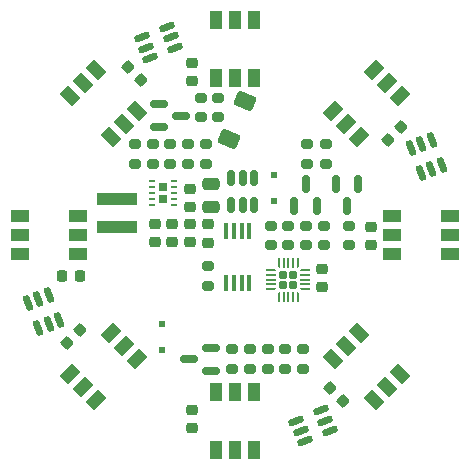
<source format=gbr>
%TF.GenerationSoftware,KiCad,Pcbnew,8.0.2*%
%TF.CreationDate,2024-09-09T19:27:49+02:00*%
%TF.ProjectId,AGS_Klingel_V2-1,4147535f-4b6c-4696-9e67-656c5f56322d,rev?*%
%TF.SameCoordinates,Original*%
%TF.FileFunction,Paste,Top*%
%TF.FilePolarity,Positive*%
%FSLAX46Y46*%
G04 Gerber Fmt 4.6, Leading zero omitted, Abs format (unit mm)*
G04 Created by KiCad (PCBNEW 8.0.2) date 2024-09-09 19:27:49*
%MOMM*%
%LPD*%
G01*
G04 APERTURE LIST*
G04 Aperture macros list*
%AMRoundRect*
0 Rectangle with rounded corners*
0 $1 Rounding radius*
0 $2 $3 $4 $5 $6 $7 $8 $9 X,Y pos of 4 corners*
0 Add a 4 corners polygon primitive as box body*
4,1,4,$2,$3,$4,$5,$6,$7,$8,$9,$2,$3,0*
0 Add four circle primitives for the rounded corners*
1,1,$1+$1,$2,$3*
1,1,$1+$1,$4,$5*
1,1,$1+$1,$6,$7*
1,1,$1+$1,$8,$9*
0 Add four rect primitives between the rounded corners*
20,1,$1+$1,$2,$3,$4,$5,0*
20,1,$1+$1,$4,$5,$6,$7,0*
20,1,$1+$1,$6,$7,$8,$9,0*
20,1,$1+$1,$8,$9,$2,$3,0*%
%AMRotRect*
0 Rectangle, with rotation*
0 The origin of the aperture is its center*
0 $1 length*
0 $2 width*
0 $3 Rotation angle, in degrees counterclockwise*
0 Add horizontal line*
21,1,$1,$2,0,0,$3*%
%AMFreePoly0*
4,1,14,0.334644,0.085355,0.385355,0.034644,0.400000,-0.000711,0.400000,-0.050000,0.385355,-0.085355,0.350000,-0.100000,-0.350000,-0.100000,-0.385355,-0.085355,-0.400000,-0.050000,-0.400000,0.050000,-0.385355,0.085355,-0.350000,0.100000,0.299289,0.100000,0.334644,0.085355,0.334644,0.085355,$1*%
%AMFreePoly1*
4,1,14,0.385355,0.085355,0.400000,0.050000,0.400000,0.000711,0.385355,-0.034644,0.334644,-0.085355,0.299289,-0.100000,-0.350000,-0.100000,-0.385355,-0.085355,-0.400000,-0.050000,-0.400000,0.050000,-0.385355,0.085355,-0.350000,0.100000,0.350000,0.100000,0.385355,0.085355,0.385355,0.085355,$1*%
%AMFreePoly2*
4,1,14,0.085355,0.385355,0.100000,0.350000,0.100000,-0.350000,0.085355,-0.385355,0.050000,-0.400000,-0.050000,-0.400000,-0.085355,-0.385355,-0.100000,-0.350000,-0.100000,0.299289,-0.085355,0.334644,-0.034644,0.385355,0.000711,0.400000,0.050000,0.400000,0.085355,0.385355,0.085355,0.385355,$1*%
%AMFreePoly3*
4,1,14,0.034644,0.385355,0.085355,0.334644,0.100000,0.299289,0.100000,-0.350000,0.085355,-0.385355,0.050000,-0.400000,-0.050000,-0.400000,-0.085355,-0.385355,-0.100000,-0.350000,-0.100000,0.350000,-0.085355,0.385355,-0.050000,0.400000,-0.000711,0.400000,0.034644,0.385355,0.034644,0.385355,$1*%
%AMFreePoly4*
4,1,14,0.385355,0.085355,0.400000,0.050000,0.400000,-0.050000,0.385355,-0.085355,0.350000,-0.100000,-0.299289,-0.100000,-0.334644,-0.085355,-0.385355,-0.034644,-0.400000,0.000711,-0.400000,0.050000,-0.385355,0.085355,-0.350000,0.100000,0.350000,0.100000,0.385355,0.085355,0.385355,0.085355,$1*%
%AMFreePoly5*
4,1,14,0.385355,0.085355,0.400000,0.050000,0.400000,-0.050000,0.385355,-0.085355,0.350000,-0.100000,-0.350000,-0.100000,-0.385355,-0.085355,-0.400000,-0.050000,-0.400000,-0.000711,-0.385355,0.034644,-0.334644,0.085355,-0.299289,0.100000,0.350000,0.100000,0.385355,0.085355,0.385355,0.085355,$1*%
%AMFreePoly6*
4,1,14,0.085355,0.385355,0.100000,0.350000,0.100000,-0.299289,0.085355,-0.334644,0.034644,-0.385355,-0.000711,-0.400000,-0.050000,-0.400000,-0.085355,-0.385355,-0.100000,-0.350000,-0.100000,0.350000,-0.085355,0.385355,-0.050000,0.400000,0.050000,0.400000,0.085355,0.385355,0.085355,0.385355,$1*%
%AMFreePoly7*
4,1,14,0.085355,0.385355,0.100000,0.350000,0.100000,-0.350000,0.085355,-0.385355,0.050000,-0.400000,0.000711,-0.400000,-0.034644,-0.385355,-0.085355,-0.334644,-0.100000,-0.299289,-0.100000,0.350000,-0.085355,0.385355,-0.050000,0.400000,0.050000,0.400000,0.085355,0.385355,0.085355,0.385355,$1*%
G04 Aperture macros list end*
%ADD10RoundRect,0.150000X0.416086X0.334707X-0.530891X-0.057543X-0.416086X-0.334707X0.530891X0.057543X0*%
%ADD11RoundRect,0.200000X-0.275000X0.200000X-0.275000X-0.200000X0.275000X-0.200000X0.275000X0.200000X0*%
%ADD12RoundRect,0.172500X0.172500X0.172500X-0.172500X0.172500X-0.172500X-0.172500X0.172500X-0.172500X0*%
%ADD13FreePoly0,180.000000*%
%ADD14RoundRect,0.050000X0.350000X0.050000X-0.350000X0.050000X-0.350000X-0.050000X0.350000X-0.050000X0*%
%ADD15FreePoly1,180.000000*%
%ADD16FreePoly2,180.000000*%
%ADD17RoundRect,0.050000X0.050000X0.350000X-0.050000X0.350000X-0.050000X-0.350000X0.050000X-0.350000X0*%
%ADD18FreePoly3,180.000000*%
%ADD19FreePoly4,180.000000*%
%ADD20FreePoly5,180.000000*%
%ADD21FreePoly6,180.000000*%
%ADD22FreePoly7,180.000000*%
%ADD23R,0.500000X0.500000*%
%ADD24RoundRect,0.225000X-0.335876X-0.017678X-0.017678X-0.335876X0.335876X0.017678X0.017678X0.335876X0*%
%ADD25RoundRect,0.200000X0.275000X-0.200000X0.275000X0.200000X-0.275000X0.200000X-0.275000X-0.200000X0*%
%ADD26RoundRect,0.225000X0.250000X-0.225000X0.250000X0.225000X-0.250000X0.225000X-0.250000X-0.225000X0*%
%ADD27RotRect,1.500000X1.000000X135.000000*%
%ADD28RotRect,1.500000X1.000000X225.000000*%
%ADD29RoundRect,0.150000X0.334707X-0.416086X-0.057543X0.530891X-0.334707X0.416086X0.057543X-0.530891X0*%
%ADD30R,1.500000X1.000000*%
%ADD31RoundRect,0.150000X-0.150000X0.512500X-0.150000X-0.512500X0.150000X-0.512500X0.150000X0.512500X0*%
%ADD32R,1.000000X1.500000*%
%ADD33RoundRect,0.225000X-0.250000X0.225000X-0.250000X-0.225000X0.250000X-0.225000X0.250000X0.225000X0*%
%ADD34RoundRect,0.150000X-0.587500X-0.150000X0.587500X-0.150000X0.587500X0.150000X-0.587500X0.150000X0*%
%ADD35RoundRect,0.150000X-0.150000X0.587500X-0.150000X-0.587500X0.150000X-0.587500X0.150000X0.587500X0*%
%ADD36R,0.650000X0.700000*%
%ADD37RoundRect,0.062500X0.187500X0.062500X-0.187500X0.062500X-0.187500X-0.062500X0.187500X-0.062500X0*%
%ADD38RoundRect,0.150000X-0.334707X0.416086X0.057543X-0.530891X0.334707X-0.416086X-0.057543X0.530891X0*%
%ADD39RoundRect,0.250000X0.401254X-0.599162X0.707401X0.139942X-0.401254X0.599162X-0.707401X-0.139942X0*%
%ADD40RotRect,1.500000X1.000000X45.000000*%
%ADD41RoundRect,0.150000X0.150000X-0.587500X0.150000X0.587500X-0.150000X0.587500X-0.150000X-0.587500X0*%
%ADD42RoundRect,0.225000X0.225000X0.250000X-0.225000X0.250000X-0.225000X-0.250000X0.225000X-0.250000X0*%
%ADD43RoundRect,0.250000X-0.475000X0.250000X-0.475000X-0.250000X0.475000X-0.250000X0.475000X0.250000X0*%
%ADD44R,3.400000X0.980000*%
%ADD45RoundRect,0.150000X-0.416086X-0.334707X0.530891X0.057543X0.416086X0.334707X-0.530891X-0.057543X0*%
%ADD46RoundRect,0.150000X0.587500X0.150000X-0.587500X0.150000X-0.587500X-0.150000X0.587500X-0.150000X0*%
%ADD47RotRect,1.500000X1.000000X315.000000*%
%ADD48RoundRect,0.225000X0.017678X-0.335876X0.335876X-0.017678X-0.017678X0.335876X-0.335876X0.017678X0*%
%ADD49R,0.450000X1.450000*%
%ADD50RoundRect,0.225000X-0.017678X0.335876X-0.335876X0.017678X0.017678X-0.335876X0.335876X-0.017678X0*%
%ADD51RoundRect,0.225000X0.335876X0.017678X0.017678X0.335876X-0.335876X-0.017678X-0.017678X-0.335876X0*%
G04 APERTURE END LIST*
D10*
%TO.C,U7*%
X-5065538Y15857617D03*
X-5429087Y16735302D03*
X-5792636Y17612988D03*
X-7894462Y16742383D03*
X-7530913Y15864698D03*
X-7167364Y14987012D03*
%TD*%
D11*
%TO.C,R18*%
X-2310000Y-2655000D03*
X-2310000Y-4305000D03*
%TD*%
D12*
%TO.C,U4*%
X4938625Y-4205000D03*
X4938625Y-3355000D03*
X4088625Y-4205000D03*
X4088625Y-3355000D03*
D13*
X5963625Y-4580000D03*
D14*
X5963625Y-4180000D03*
X5963625Y-3780000D03*
X5963625Y-3380000D03*
D15*
X5963625Y-2980000D03*
D16*
X5313625Y-2330000D03*
D17*
X4913625Y-2330000D03*
X4513625Y-2330000D03*
X4113625Y-2330000D03*
D18*
X3713625Y-2330000D03*
D19*
X3063625Y-2980000D03*
D14*
X3063625Y-3380000D03*
X3063625Y-3780000D03*
X3063625Y-4180000D03*
D20*
X3063625Y-4580000D03*
D21*
X3713625Y-5230000D03*
D17*
X4113625Y-5230000D03*
X4513625Y-5230000D03*
X4913625Y-5230000D03*
D22*
X5313625Y-5230000D03*
%TD*%
D23*
%TO.C,D8*%
X3300000Y2860000D03*
X3300000Y5060000D03*
%TD*%
D24*
%TO.C,C5*%
X8051992Y-12951992D03*
X9148008Y-14048008D03*
%TD*%
D25*
%TO.C,R4*%
X2770000Y-11315000D03*
X2770000Y-9665000D03*
%TD*%
D26*
%TO.C,C12*%
X-3809858Y-625039D03*
X-3809858Y924961D03*
%TD*%
D25*
%TO.C,R5*%
X4270000Y-11305000D03*
X4270000Y-9655000D03*
%TD*%
D27*
%TO.C,D9*%
X-10537652Y8266017D03*
X-9406281Y9397387D03*
X-8274911Y10528758D03*
X-11739734Y13993581D03*
X-12871105Y12862211D03*
X-14002475Y11730840D03*
%TD*%
D25*
%TO.C,R17*%
X3070000Y-860000D03*
X3070000Y790000D03*
%TD*%
D26*
%TO.C,C7*%
X-3600000Y-16375000D03*
X-3600000Y-14825000D03*
%TD*%
D28*
%TO.C,D5*%
X-8266017Y-10537652D03*
X-9397387Y-9406281D03*
X-10528758Y-8274911D03*
X-13993581Y-11739734D03*
X-12862211Y-12871105D03*
X-11730840Y-14002475D03*
%TD*%
D29*
%TO.C,U1*%
X15755234Y5241076D03*
X16632919Y5604625D03*
X17510605Y5968174D03*
X16640000Y8070000D03*
X15762315Y7706451D03*
X14884629Y7342902D03*
%TD*%
D30*
%TO.C,D6*%
X-13296201Y-1593711D03*
X-13296201Y6289D03*
X-13296201Y1606289D03*
X-18196201Y1606289D03*
X-18196201Y6289D03*
X-18196201Y-1593711D03*
%TD*%
D31*
%TO.C,U9*%
X1590000Y4837500D03*
X640000Y4837500D03*
X-310000Y4837500D03*
X-310000Y2562500D03*
X640000Y2562500D03*
X1590000Y2562500D03*
%TD*%
D11*
%TO.C,R11*%
X-249990Y-9674580D03*
X-249990Y-11324580D03*
%TD*%
D23*
%TO.C,D7*%
X-6199752Y-7549654D03*
X-6199752Y-9749654D03*
%TD*%
D25*
%TO.C,R8*%
X7537087Y-865000D03*
X7537087Y785000D03*
%TD*%
%TO.C,R9*%
X1249950Y-11324580D03*
X1249950Y-9674580D03*
%TD*%
D32*
%TO.C,D10*%
X-1593711Y13296201D03*
X6289Y13296201D03*
X1606289Y13296201D03*
X1606289Y18196201D03*
X6289Y18196201D03*
X-1593711Y18196201D03*
%TD*%
D33*
%TO.C,C2*%
X11540000Y680000D03*
X11540000Y-870000D03*
%TD*%
D11*
%TO.C,R19*%
X-2890000Y11605000D03*
X-2890000Y9955000D03*
%TD*%
D26*
%TO.C,C9*%
X-6809857Y-625039D03*
X-6809857Y924961D03*
%TD*%
D34*
%TO.C,Q2*%
X-6467500Y11070000D03*
X-6467500Y9170000D03*
X-4592500Y10120000D03*
%TD*%
D26*
%TO.C,C14*%
X-3649854Y13035000D03*
X-3649854Y14585000D03*
%TD*%
D35*
%TO.C,Q1*%
X10420000Y4297500D03*
X8520000Y4297500D03*
X9470000Y2422500D03*
%TD*%
D11*
%TO.C,R20*%
X-1440000Y11625000D03*
X-1440000Y9975000D03*
%TD*%
D36*
%TO.C,U5*%
X-6109857Y3074961D03*
X-6109857Y4024961D03*
D37*
X-5159857Y2549961D03*
X-5159857Y3049961D03*
X-5159857Y3549961D03*
X-5159857Y4049961D03*
X-5159857Y4549961D03*
X-7059857Y4549961D03*
X-7059857Y4049961D03*
X-7059857Y3549961D03*
X-7059857Y3049961D03*
X-7059857Y2549961D03*
%TD*%
D25*
%TO.C,R16*%
X4530000Y-875000D03*
X4530000Y775000D03*
%TD*%
D38*
%TO.C,U6*%
X-15777617Y-5065538D03*
X-16655302Y-5429087D03*
X-17532988Y-5792636D03*
X-16662383Y-7894462D03*
X-15784698Y-7530913D03*
X-14907012Y-7167364D03*
%TD*%
D11*
%TO.C,R3*%
X5780000Y-9660000D03*
X5780000Y-11310000D03*
%TD*%
D25*
%TO.C,R13*%
X-6959383Y6037205D03*
X-6959383Y7687205D03*
%TD*%
D30*
%TO.C,D2*%
X13296201Y1593711D03*
X13296201Y-6289D03*
X13296201Y-1606289D03*
X18196201Y-1606289D03*
X18196201Y-6289D03*
X18196201Y1593711D03*
%TD*%
D39*
%TO.C,D11*%
X-522196Y8103211D03*
X817196Y11336789D03*
%TD*%
D25*
%TO.C,R14*%
X-3959382Y6037205D03*
X-3959382Y7687205D03*
%TD*%
D33*
%TO.C,C6*%
X-3810000Y3895000D03*
X-3810000Y2345000D03*
%TD*%
D40*
%TO.C,D1*%
X8266017Y10537652D03*
X9397387Y9406281D03*
X10528758Y8274911D03*
X13993581Y11739734D03*
X12862211Y12871105D03*
X11730840Y14002475D03*
%TD*%
D41*
%TO.C,Q4*%
X5040000Y2442500D03*
X6940000Y2442500D03*
X5990000Y4317500D03*
%TD*%
D26*
%TO.C,C10*%
X-5309858Y-625039D03*
X-5309858Y924961D03*
%TD*%
D11*
%TO.C,R10*%
X6037087Y785000D03*
X6037087Y-865000D03*
%TD*%
D32*
%TO.C,D4*%
X1593711Y-13296201D03*
X-6289Y-13296201D03*
X-1606289Y-13296201D03*
X-1606289Y-18196201D03*
X-6289Y-18196201D03*
X1593711Y-18196201D03*
%TD*%
D33*
%TO.C,C3*%
X7378625Y-2855000D03*
X7378625Y-4405000D03*
%TD*%
D42*
%TO.C,C11*%
X-13110000Y-3490000D03*
X-14660000Y-3490000D03*
%TD*%
D25*
%TO.C,R6*%
X9640000Y-865000D03*
X9640000Y785000D03*
%TD*%
%TO.C,R12*%
X-8459383Y6037205D03*
X-8459383Y7687205D03*
%TD*%
D43*
%TO.C,C4*%
X-2060000Y4310000D03*
X-2060000Y2410000D03*
%TD*%
D11*
%TO.C,R7*%
X-2450000Y7685000D03*
X-2450000Y6035000D03*
%TD*%
%TO.C,R1*%
X6070000Y7705000D03*
X6070000Y6055000D03*
%TD*%
D44*
%TO.C,L1*%
X-9990000Y3034926D03*
X-9990000Y664926D03*
%TD*%
D45*
%TO.C,U3*%
X5195538Y-15717617D03*
X5559087Y-16595302D03*
X5922636Y-17472988D03*
X8024462Y-16602383D03*
X7660913Y-15724698D03*
X7297364Y-14847012D03*
%TD*%
D46*
%TO.C,Q3*%
X-2032522Y-11479538D03*
X-2032522Y-9579538D03*
X-3907522Y-10529538D03*
%TD*%
D25*
%TO.C,R2*%
X7680000Y6045000D03*
X7680000Y7695000D03*
%TD*%
D47*
%TO.C,D3*%
X10537652Y-8266017D03*
X9406281Y-9397387D03*
X8274911Y-10528758D03*
X11739734Y-13993581D03*
X12871105Y-12862211D03*
X14002475Y-11730840D03*
%TD*%
D48*
%TO.C,C1*%
X12951992Y8051992D03*
X14048008Y9148008D03*
%TD*%
D49*
%TO.C,U8*%
X-725000Y-4090000D03*
X-75000Y-4090000D03*
X575000Y-4090000D03*
X1225000Y-4090000D03*
X1225000Y310000D03*
X575000Y310000D03*
X-75000Y310000D03*
X-725000Y310000D03*
%TD*%
D50*
%TO.C,C8*%
X-13151992Y-8051992D03*
X-14248008Y-9148008D03*
%TD*%
D11*
%TO.C,R15*%
X-5459383Y7687205D03*
X-5459383Y6037205D03*
%TD*%
D51*
%TO.C,C13*%
X-7951992Y13151992D03*
X-9048008Y14248008D03*
%TD*%
D33*
%TO.C,C15*%
X-2300000Y905000D03*
X-2300000Y-645000D03*
%TD*%
M02*

</source>
